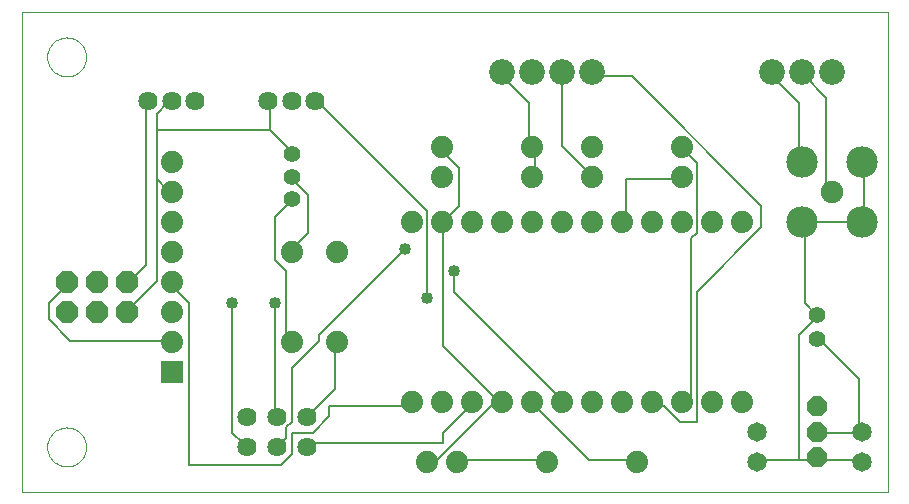
<source format=gtl>
G75*
G70*
%OFA0B0*%
%FSLAX24Y24*%
%IPPOS*%
%LPD*%
%AMOC8*
5,1,8,0,0,1.08239X$1,22.5*
%
%ADD10C,0.0000*%
%ADD11C,0.0740*%
%ADD12OC8,0.0740*%
%ADD13C,0.0555*%
%ADD14C,0.0640*%
%ADD15C,0.0560*%
%ADD16OC8,0.0660*%
%ADD17C,0.0750*%
%ADD18C,0.1050*%
%ADD19C,0.0860*%
%ADD20R,0.0740X0.0740*%
%ADD21C,0.0650*%
%ADD22C,0.0080*%
%ADD23C,0.0400*%
D10*
X000133Y000100D02*
X000133Y016096D01*
X029003Y016096D01*
X029003Y000100D01*
X000133Y000100D01*
X000983Y001600D02*
X000985Y001650D01*
X000991Y001700D01*
X001001Y001750D01*
X001014Y001798D01*
X001031Y001846D01*
X001052Y001892D01*
X001076Y001936D01*
X001104Y001978D01*
X001135Y002018D01*
X001169Y002055D01*
X001206Y002090D01*
X001245Y002121D01*
X001286Y002150D01*
X001330Y002175D01*
X001376Y002197D01*
X001423Y002215D01*
X001471Y002229D01*
X001520Y002240D01*
X001570Y002247D01*
X001620Y002250D01*
X001671Y002249D01*
X001721Y002244D01*
X001771Y002235D01*
X001819Y002223D01*
X001867Y002206D01*
X001913Y002186D01*
X001958Y002163D01*
X002001Y002136D01*
X002041Y002106D01*
X002079Y002073D01*
X002114Y002037D01*
X002147Y001998D01*
X002176Y001957D01*
X002202Y001914D01*
X002225Y001869D01*
X002244Y001822D01*
X002259Y001774D01*
X002271Y001725D01*
X002279Y001675D01*
X002283Y001625D01*
X002283Y001575D01*
X002279Y001525D01*
X002271Y001475D01*
X002259Y001426D01*
X002244Y001378D01*
X002225Y001331D01*
X002202Y001286D01*
X002176Y001243D01*
X002147Y001202D01*
X002114Y001163D01*
X002079Y001127D01*
X002041Y001094D01*
X002001Y001064D01*
X001958Y001037D01*
X001913Y001014D01*
X001867Y000994D01*
X001819Y000977D01*
X001771Y000965D01*
X001721Y000956D01*
X001671Y000951D01*
X001620Y000950D01*
X001570Y000953D01*
X001520Y000960D01*
X001471Y000971D01*
X001423Y000985D01*
X001376Y001003D01*
X001330Y001025D01*
X001286Y001050D01*
X001245Y001079D01*
X001206Y001110D01*
X001169Y001145D01*
X001135Y001182D01*
X001104Y001222D01*
X001076Y001264D01*
X001052Y001308D01*
X001031Y001354D01*
X001014Y001402D01*
X001001Y001450D01*
X000991Y001500D01*
X000985Y001550D01*
X000983Y001600D01*
X000983Y014600D02*
X000985Y014650D01*
X000991Y014700D01*
X001001Y014750D01*
X001014Y014798D01*
X001031Y014846D01*
X001052Y014892D01*
X001076Y014936D01*
X001104Y014978D01*
X001135Y015018D01*
X001169Y015055D01*
X001206Y015090D01*
X001245Y015121D01*
X001286Y015150D01*
X001330Y015175D01*
X001376Y015197D01*
X001423Y015215D01*
X001471Y015229D01*
X001520Y015240D01*
X001570Y015247D01*
X001620Y015250D01*
X001671Y015249D01*
X001721Y015244D01*
X001771Y015235D01*
X001819Y015223D01*
X001867Y015206D01*
X001913Y015186D01*
X001958Y015163D01*
X002001Y015136D01*
X002041Y015106D01*
X002079Y015073D01*
X002114Y015037D01*
X002147Y014998D01*
X002176Y014957D01*
X002202Y014914D01*
X002225Y014869D01*
X002244Y014822D01*
X002259Y014774D01*
X002271Y014725D01*
X002279Y014675D01*
X002283Y014625D01*
X002283Y014575D01*
X002279Y014525D01*
X002271Y014475D01*
X002259Y014426D01*
X002244Y014378D01*
X002225Y014331D01*
X002202Y014286D01*
X002176Y014243D01*
X002147Y014202D01*
X002114Y014163D01*
X002079Y014127D01*
X002041Y014094D01*
X002001Y014064D01*
X001958Y014037D01*
X001913Y014014D01*
X001867Y013994D01*
X001819Y013977D01*
X001771Y013965D01*
X001721Y013956D01*
X001671Y013951D01*
X001620Y013950D01*
X001570Y013953D01*
X001520Y013960D01*
X001471Y013971D01*
X001423Y013985D01*
X001376Y014003D01*
X001330Y014025D01*
X001286Y014050D01*
X001245Y014079D01*
X001206Y014110D01*
X001169Y014145D01*
X001135Y014182D01*
X001104Y014222D01*
X001076Y014264D01*
X001052Y014308D01*
X001031Y014354D01*
X001014Y014402D01*
X001001Y014450D01*
X000991Y014500D01*
X000985Y014550D01*
X000983Y014600D01*
D11*
X005133Y011100D03*
X005133Y010100D03*
X005133Y009100D03*
X005133Y008100D03*
X005133Y007100D03*
X005133Y006100D03*
X005133Y005100D03*
X009133Y005100D03*
X010633Y005100D03*
X013133Y003100D03*
X014133Y003100D03*
X015133Y003100D03*
X016133Y003100D03*
X017133Y003100D03*
X018133Y003100D03*
X019133Y003100D03*
X020133Y003100D03*
X021133Y003100D03*
X022133Y003100D03*
X023133Y003100D03*
X024133Y003100D03*
X020633Y001100D03*
X017633Y001100D03*
X014633Y001100D03*
X013633Y001100D03*
X010633Y008100D03*
X009133Y008100D03*
X013133Y009100D03*
X014133Y009100D03*
X015133Y009100D03*
X016133Y009100D03*
X017133Y009100D03*
X018133Y009100D03*
X019133Y009100D03*
X020133Y009100D03*
X021133Y009100D03*
X022133Y009100D03*
X023133Y009100D03*
X024133Y009100D03*
X022133Y010600D03*
X022133Y011600D03*
X019133Y011600D03*
X019133Y010600D03*
X017133Y010600D03*
X017133Y011600D03*
X014133Y011600D03*
X014133Y010600D03*
D12*
X003633Y007100D03*
X002633Y007100D03*
X001633Y007100D03*
X001633Y006100D03*
X002633Y006100D03*
X003633Y006100D03*
D13*
X009133Y009850D03*
X009133Y010600D03*
X009133Y011350D03*
D14*
X009133Y013131D03*
X008346Y013131D03*
X009921Y013131D03*
X005921Y013131D03*
X005133Y013131D03*
X004346Y013131D03*
X007633Y002600D03*
X008633Y002600D03*
X009633Y002600D03*
X009633Y001600D03*
X008633Y001600D03*
X007633Y001600D03*
D15*
X026633Y005206D03*
X026633Y005994D03*
D16*
X026633Y002950D03*
X026633Y002100D03*
X026633Y001250D03*
D17*
X027133Y010100D03*
D18*
X026129Y009096D03*
X028137Y009096D03*
X028137Y011104D03*
X026129Y011104D03*
D19*
X026133Y014100D03*
X027133Y014100D03*
X025133Y014100D03*
X019133Y014100D03*
X018133Y014100D03*
X017133Y014100D03*
X016133Y014100D03*
D20*
X005133Y004100D03*
D21*
X024633Y002100D03*
X024633Y001100D03*
X028133Y001100D03*
X028133Y002100D03*
D22*
X028033Y002080D01*
X026773Y002080D01*
X026633Y002100D01*
X026633Y001250D02*
X026773Y001180D01*
X028033Y001180D01*
X028133Y001100D01*
X026633Y001250D02*
X026593Y001180D01*
X026053Y001180D01*
X026053Y005320D01*
X026593Y005860D01*
X026633Y005994D01*
X026593Y006040D01*
X026233Y006400D01*
X026233Y008920D01*
X026129Y009096D01*
X026233Y009100D01*
X028033Y009100D01*
X028137Y009096D01*
X028213Y009100D01*
X028213Y011080D01*
X028137Y011104D01*
X027133Y010180D02*
X026953Y010360D01*
X026953Y013240D01*
X026233Y013960D01*
X026133Y014100D01*
X025153Y013960D02*
X025133Y014100D01*
X025153Y013960D02*
X026053Y013060D01*
X026053Y011260D01*
X026129Y011104D01*
X027133Y010180D02*
X027133Y010100D01*
X024793Y009640D02*
X024793Y008920D01*
X022633Y006760D01*
X022633Y002440D01*
X022093Y002440D01*
X021553Y002980D01*
X021193Y002980D01*
X021133Y003100D01*
X022133Y003100D02*
X022273Y003160D01*
X022453Y003340D01*
X022453Y008560D01*
X022633Y008740D01*
X022633Y011080D01*
X022273Y011440D01*
X022133Y011600D01*
X022133Y010600D02*
X022093Y010540D01*
X020293Y010540D01*
X020293Y009100D01*
X020133Y009100D01*
X019133Y010600D02*
X019033Y010720D01*
X018133Y011620D01*
X018133Y013960D01*
X018133Y014100D01*
X019133Y014100D02*
X019213Y013960D01*
X020473Y013960D01*
X024793Y009640D01*
X017233Y010720D02*
X017133Y010600D01*
X017233Y010720D02*
X017233Y011440D01*
X017133Y011600D01*
X017053Y011620D01*
X017053Y013060D01*
X016153Y013960D01*
X016133Y014100D01*
X014133Y011600D02*
X014173Y011440D01*
X014713Y010900D01*
X014713Y009640D01*
X014173Y009100D01*
X014133Y009100D01*
X014173Y009100D01*
X014173Y004960D01*
X015973Y003160D01*
X016133Y003100D01*
X015973Y003160D01*
X013993Y001180D01*
X013633Y001180D01*
X013633Y001100D01*
X014633Y001100D02*
X014713Y001180D01*
X017593Y001180D01*
X017633Y001100D01*
X019033Y001180D02*
X020473Y001180D01*
X020633Y001100D01*
X019033Y001180D02*
X017233Y002980D01*
X017133Y003100D01*
X018133Y003100D02*
X018133Y003160D01*
X014533Y006760D01*
X014533Y007480D01*
X012913Y008200D02*
X010033Y005320D01*
X010033Y005140D01*
X009133Y004240D01*
X009133Y002440D01*
X008953Y002260D01*
X008953Y001900D01*
X008773Y001720D01*
X008633Y001600D01*
X009133Y001360D02*
X008773Y001000D01*
X005713Y001000D01*
X005713Y006400D01*
X005173Y006940D01*
X005133Y007100D01*
X004633Y007120D02*
X004633Y010540D01*
X004993Y010180D01*
X005133Y010100D01*
X004633Y010540D02*
X004633Y012160D01*
X008413Y012160D01*
X008413Y013060D01*
X008346Y013131D01*
X009921Y013131D02*
X010033Y013060D01*
X013633Y009460D01*
X013633Y006580D01*
X010633Y005100D02*
X010573Y004960D01*
X010573Y003520D01*
X009673Y002620D01*
X009633Y002600D01*
X009853Y002080D02*
X010393Y002620D01*
X010393Y002980D01*
X013093Y002980D01*
X013133Y003100D01*
X014173Y002080D02*
X015073Y002980D01*
X015133Y003100D01*
X014173Y002080D02*
X014173Y001720D01*
X009673Y001720D01*
X009633Y001600D01*
X009133Y001360D02*
X009133Y002080D01*
X009853Y002080D01*
X008633Y002600D02*
X008593Y002620D01*
X008593Y006400D01*
X007153Y006400D02*
X007153Y002080D01*
X007513Y001720D01*
X007633Y001600D01*
X009133Y005100D02*
X009133Y005140D01*
X008953Y005320D01*
X008953Y007480D01*
X008593Y007840D01*
X008593Y009280D01*
X009133Y009820D01*
X009133Y009850D01*
X009673Y010000D02*
X009673Y008740D01*
X009133Y008200D01*
X009133Y008100D01*
X009673Y010000D02*
X009133Y010540D01*
X009133Y010600D01*
X009133Y011350D02*
X009133Y011440D01*
X008413Y012160D01*
X005133Y013131D02*
X004993Y013060D01*
X004633Y012700D01*
X004633Y012160D01*
X004273Y013060D02*
X004346Y013131D01*
X004273Y013060D02*
X004273Y007660D01*
X003733Y007120D01*
X003633Y007100D01*
X003733Y006220D02*
X004633Y007120D01*
X003733Y006220D02*
X003633Y006100D01*
X004993Y005140D02*
X001753Y005140D01*
X001033Y005860D01*
X001033Y006400D01*
X001573Y006940D01*
X001633Y007100D01*
X004993Y005140D02*
X005133Y005100D01*
X024633Y001100D02*
X024793Y001180D01*
X026053Y001180D01*
X028033Y002260D02*
X028133Y002100D01*
X028033Y002260D02*
X028033Y003880D01*
X026773Y005140D01*
X026633Y005206D01*
D23*
X014533Y007480D03*
X012913Y008200D03*
X013633Y006580D03*
X008593Y006400D03*
X007153Y006400D03*
M02*

</source>
